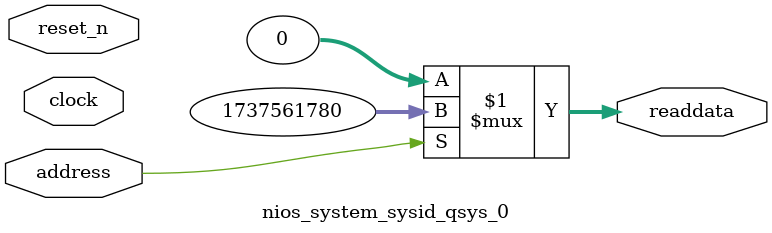
<source format=v>



// synthesis translate_off
`timescale 1ns / 1ps
// synthesis translate_on

// turn off superfluous verilog processor warnings 
// altera message_level Level1 
// altera message_off 10034 10035 10036 10037 10230 10240 10030 

module nios_system_sysid_qsys_0 (
               // inputs:
                address,
                clock,
                reset_n,

               // outputs:
                readdata
             )
;

  output  [ 31: 0] readdata;
  input            address;
  input            clock;
  input            reset_n;

  wire    [ 31: 0] readdata;
  //control_slave, which is an e_avalon_slave
  assign readdata = address ? 1737561780 : 0;

endmodule



</source>
